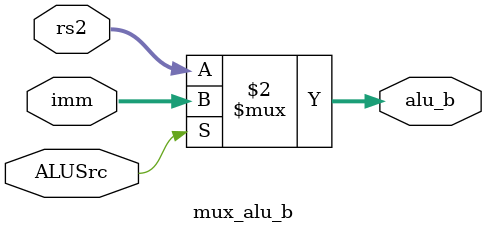
<source format=sv>

module mux_alu_b (
    input  logic [31:0] rs2,
    input  logic [31:0] imm,
    input  logic        ALUSrc,     // 1 = usa inmediato, 0 = usa rs2
    output logic [31:0] alu_b
);

    assign alu_b = (ALUSrc == 1'b1) ? imm : rs2;

endmodule

</source>
